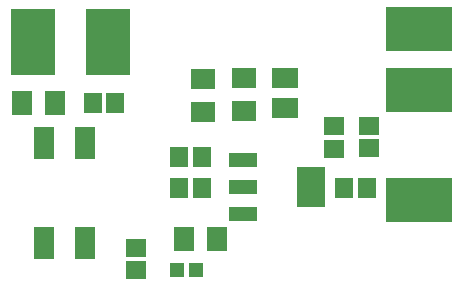
<source format=gbr>
G04 DipTrace 3.2.0.1*
G04 TopMask.gbr*
%MOIN*%
G04 #@! TF.FileFunction,Soldermask,Top*
G04 #@! TF.Part,Single*
%ADD31R,0.145669X0.224409*%
%ADD33R,0.224409X0.145669*%
%ADD35R,0.09252X0.135827*%
%ADD37R,0.09252X0.045276*%
%ADD39R,0.045276X0.047244*%
%ADD41R,0.066929X0.106299*%
%ADD43R,0.089869X0.069869*%
%ADD45R,0.070866X0.07874*%
%ADD47R,0.059055X0.066929*%
%ADD49R,0.07874X0.070866*%
%ADD51R,0.066929X0.059055*%
%FSLAX26Y26*%
G04*
G70*
G90*
G75*
G01*
G04 TopMask*
%LPD*%
D51*
X824950Y506201D3*
Y581004D3*
D49*
X1049213Y1033465D3*
Y1143701D3*
D47*
X681201Y1062450D3*
X756004D3*
D45*
X1096457Y612205D3*
X986220D3*
D47*
X1043307Y779528D3*
X968504D3*
D49*
X1185138Y1036369D3*
Y1146605D3*
D43*
X1320866Y1147638D3*
Y1047638D3*
D41*
X656201Y931201D3*
X518406D3*
Y596555D3*
X656201D3*
D39*
X962647Y507332D3*
X1025639D3*
D47*
X1043701Y882874D3*
X968898D3*
D51*
X1486072Y910925D3*
Y985728D3*
X1599951Y912451D3*
Y987255D3*
D47*
X1518701Y781201D3*
X1593504D3*
D37*
X1181201Y874951D3*
Y784400D3*
Y693849D3*
D35*
X1409547Y784400D3*
D33*
X1768701Y1106201D3*
D31*
X481202Y1268701D3*
X731201D3*
D33*
X1768701Y742028D3*
D45*
X444882Y1062992D3*
X555118D3*
D33*
X1768701Y1310778D3*
M02*

</source>
